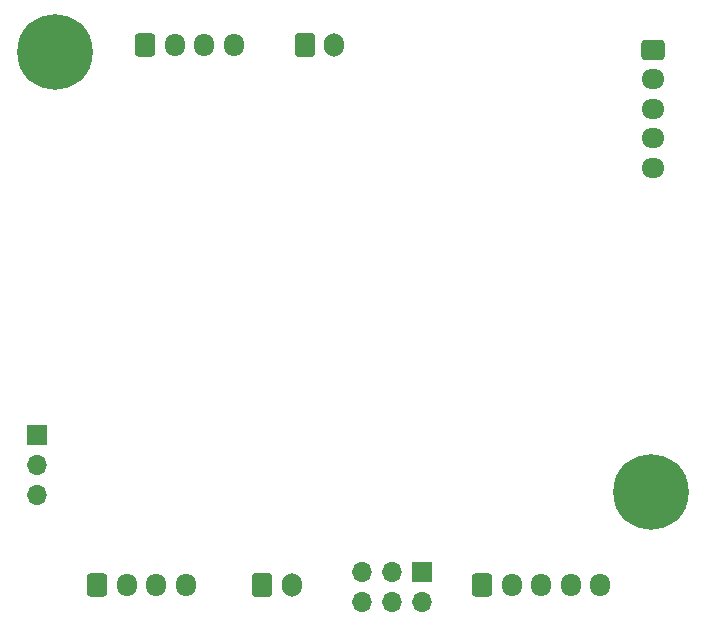
<source format=gbr>
%TF.GenerationSoftware,KiCad,Pcbnew,7.0.8*%
%TF.CreationDate,2023-12-29T15:21:52+01:00*%
%TF.ProjectId,Programmer,50726f67-7261-46d6-9d65-722e6b696361,rev?*%
%TF.SameCoordinates,Original*%
%TF.FileFunction,Soldermask,Bot*%
%TF.FilePolarity,Negative*%
%FSLAX46Y46*%
G04 Gerber Fmt 4.6, Leading zero omitted, Abs format (unit mm)*
G04 Created by KiCad (PCBNEW 7.0.8) date 2023-12-29 15:21:52*
%MOMM*%
%LPD*%
G01*
G04 APERTURE LIST*
G04 Aperture macros list*
%AMRoundRect*
0 Rectangle with rounded corners*
0 $1 Rounding radius*
0 $2 $3 $4 $5 $6 $7 $8 $9 X,Y pos of 4 corners*
0 Add a 4 corners polygon primitive as box body*
4,1,4,$2,$3,$4,$5,$6,$7,$8,$9,$2,$3,0*
0 Add four circle primitives for the rounded corners*
1,1,$1+$1,$2,$3*
1,1,$1+$1,$4,$5*
1,1,$1+$1,$6,$7*
1,1,$1+$1,$8,$9*
0 Add four rect primitives between the rounded corners*
20,1,$1+$1,$2,$3,$4,$5,0*
20,1,$1+$1,$4,$5,$6,$7,0*
20,1,$1+$1,$6,$7,$8,$9,0*
20,1,$1+$1,$8,$9,$2,$3,0*%
G04 Aperture macros list end*
%ADD10C,0.800000*%
%ADD11C,6.400000*%
%ADD12RoundRect,0.250000X-0.725000X0.600000X-0.725000X-0.600000X0.725000X-0.600000X0.725000X0.600000X0*%
%ADD13O,1.950000X1.700000*%
%ADD14R,1.700000X1.700000*%
%ADD15O,1.700000X1.700000*%
%ADD16RoundRect,0.250000X-0.600000X-0.750000X0.600000X-0.750000X0.600000X0.750000X-0.600000X0.750000X0*%
%ADD17O,1.700000X2.000000*%
%ADD18RoundRect,0.250000X-0.600000X-0.725000X0.600000X-0.725000X0.600000X0.725000X-0.600000X0.725000X0*%
%ADD19O,1.700000X1.950000*%
G04 APERTURE END LIST*
D10*
%TO.C,H1*%
X71200000Y-39589000D03*
X71902944Y-37891944D03*
X71902944Y-41286056D03*
X73600000Y-37189000D03*
D11*
X73600000Y-39589000D03*
D10*
X73600000Y-41989000D03*
X75297056Y-37891944D03*
X75297056Y-41286056D03*
X76000000Y-39589000D03*
%TD*%
%TO.C,H2*%
X121665056Y-76846056D03*
X122368000Y-75149000D03*
X122368000Y-78543112D03*
X124065056Y-74446056D03*
D11*
X124065056Y-76846056D03*
D10*
X124065056Y-79246056D03*
X125762112Y-75149000D03*
X125762112Y-78543112D03*
X126465056Y-76846056D03*
%TD*%
D12*
%TO.C,J6*%
X124290000Y-39360000D03*
D13*
X124290000Y-41860000D03*
X124290000Y-44360000D03*
X124290000Y-46860000D03*
X124290000Y-49360000D03*
%TD*%
D14*
%TO.C,J1*%
X104740000Y-83580000D03*
D15*
X104740000Y-86120000D03*
X102200000Y-83580000D03*
X102200000Y-86120000D03*
X99660000Y-83580000D03*
X99660000Y-86120000D03*
%TD*%
D16*
%TO.C,J2*%
X94790000Y-38945000D03*
D17*
X97290000Y-38945000D03*
%TD*%
D18*
%TO.C,J3*%
X109800000Y-84720000D03*
D19*
X112300000Y-84720000D03*
X114800000Y-84720000D03*
X117300000Y-84720000D03*
X119800000Y-84720000D03*
%TD*%
D16*
%TO.C,J8*%
X91200000Y-84720000D03*
D17*
X93700000Y-84720000D03*
%TD*%
D18*
%TO.C,J7*%
X77200000Y-84720000D03*
D19*
X79700000Y-84720000D03*
X82200000Y-84720000D03*
X84700000Y-84720000D03*
%TD*%
D14*
%TO.C,J5*%
X72100000Y-71940000D03*
D15*
X72100000Y-74480000D03*
X72100000Y-77020000D03*
%TD*%
D18*
%TO.C,J4*%
X81290000Y-38955000D03*
D19*
X83790000Y-38955000D03*
X86290000Y-38955000D03*
X88790000Y-38955000D03*
%TD*%
M02*

</source>
